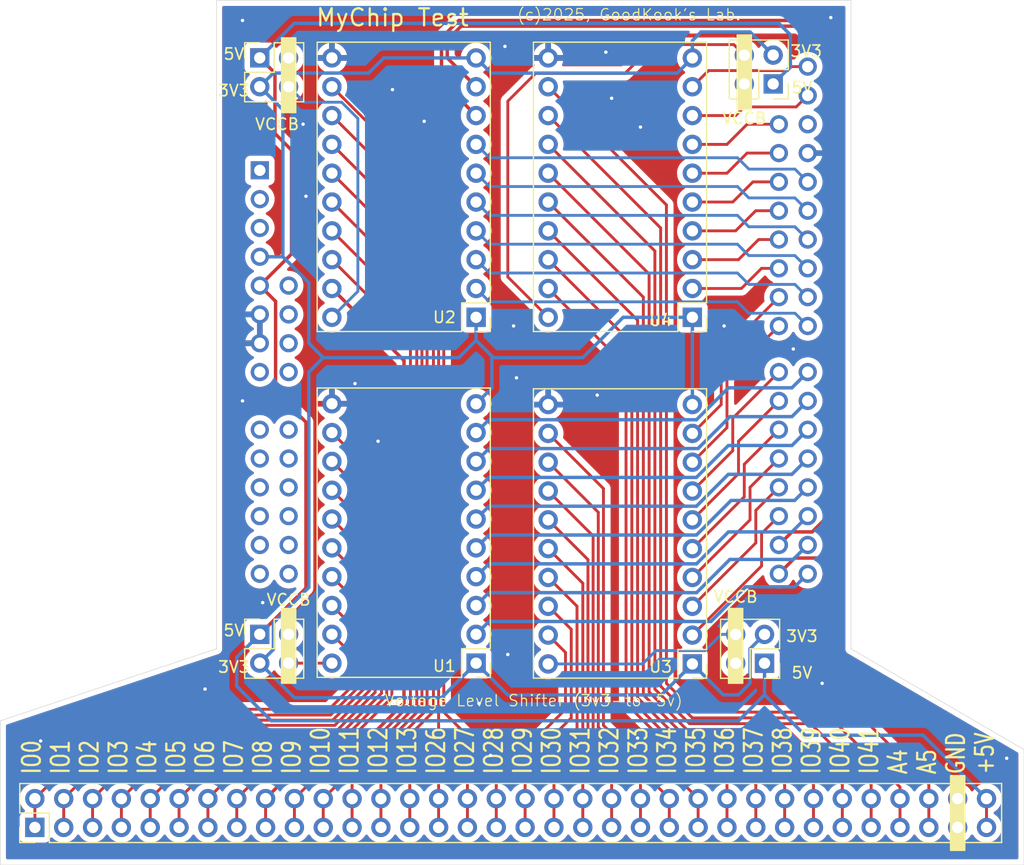
<source format=kicad_pcb>
(kicad_pcb (version 20241229) (generator "pcbnew") (generator_version "9.0")
  (layers (0 "F.Cu" signal) (2 "B.Cu" signal) (13 "F.Paste" user) (15 "B.Paste" user) (5 "F.SilkS" user "F.Silkscreen") (7 "B.SilkS" user "B.Silkscreen") (1 "F.Mask" user) (3 "B.Mask" user) (25 "Edge.Cuts" user))
  (net 0 "")
  (net 1 "Net-(A1-D5)")
  (net 2 "Net-(A1-IO30)")
  (net 3 "Net-(A1-D9)")
  (net 4 "Net-(A1-IO40)")
  (net 5 "Net-(A1-D2)")
  (net 6 "+5V")
  (net 9 "Net-(A1-D7)")
  (net 10 "Net-(A1-IO34)")
  (net 11 "Net-(A1-IO28)")
  (net 12 "Net-(A1-IO38)")
  (net 15 "Net-(A1-D6)")
  (net 17 "Net-(A1-D12)")
  (net 18 "Net-(A1-IO41)")
  (net 28 "Net-(A1-D10)")
  (net 29 "Net-(A1-IO29)")
  (net 30 "Net-(A1-IO33)")
  (net 31 "Net-(A1-D1{slash}TX)")
  (net 32 "Net-(A1-IO36)")
  (net 34 "GND")
  (net 35 "Net-(A1-D3)")
  (net 36 "Net-(A1-D0{slash}RX)")
  (net 37 "Net-(A1-IO32)")
  (net 38 "Net-(A1-IO35)")
  (net 39 "Net-(A1-D4)")
  (net 42 "Net-(A1-IO27)")
  (net 43 "Net-(A1-IO26)")
  (net 45 "Net-(A1-D11)")
  (net 46 "Net-(A1-D13)")
  (net 47 "Net-(A1-IO31)")
  (net 48 "Net-(A1-D8)")
  (net 50 "Net-(U4-A7)")
  (net 51 "3V3")
  (net 52 "Net-(U4-A2)")
  (net 53 "Net-(J1-Pin_2)")
  (net 54 "Net-(J2-Pin_2)")
  (net 55 "Net-(J3-Pin_2)")
  (net 56 "Net-(J4-Pin_2)")
  (net 57 "/IO26")
  (net 58 "/IO33")
  (net 59 "/IO32")
  (net 60 "/IO27")
  (net 61 "/IO0")
  (net 62 "/IO12")
  (net 63 "/A5")
  (net 64 "/A4")
  (net 65 "/IO38")
  (net 66 "/IO2")
  (net 67 "/IO3")
  (net 68 "/IO5")
  (net 69 "/IO13")
  (net 70 "/IO35")
  (net 71 "/IO1")
  (net 72 "/IO6")
  (net 73 "/IO41")
  (net 74 "/IO30")
  (net 75 "/IO36")
  (net 76 "/IO11")
  (net 77 "/IO10")
  (net 78 "/IO29")
  (net 79 "/IO31")
  (net 80 "/IO4")
  (net 81 "/IO9")
  (net 82 "/IO40")
  (net 83 "/IO28")
  (net 84 "/IO8")
  (net 85 "/IO39")
  (net 86 "/IO37")
  (net 87 "/IO34")
  (net 88 "/IO7")
  (net 91 "Net-(U4-A4)")
  (net 92 "Net-(U4-A8)")
  (footprint "Library:Arduino_ChipKIT_Shield" (layer "F.Cu") (at 120.65 55.626)
    (property "Reference" "A1" (hide yes))
    (property "Value" "Arduino_ChipKIT_Shield(Digilent Arty Board)" (hide yes))
  )
  (footprint "Library:Level_Shifter_Module_HW-221" (layer "F.Cu") (at 147.32 80.01 180)
    (property "Reference" "U4")
    (property "Value" "Level_Shifter_Module_HW-221" (hide yes))
  )
  (footprint "Connector_PinHeader_2.54mm:PinHeader_2x34_P2.54mm_Vertical" (layer "F.Cu") (at 89.408 124.968 90)
    (property "Reference" "J5" (hide yes))
    (property "Value" "Conn_02x34_Odd_Even" (hide yes))
  )
  (footprint "Connector_PinHeader_2.54mm:PinHeader_2x02_P2.54mm_Vertical" (layer "F.Cu") (at 153.675 110.495 180)
    (property "Reference" "J3" (hide yes))
    (property "Value" "Conn_02x02_Odd_Even" (hide yes))
  )
  (footprint "Connector_PinHeader_2.54mm:PinHeader_2x02_P2.54mm_Vertical" (layer "F.Cu") (at 109.215 107.945)
    (property "Reference" "J1" (hide yes))
    (property "Value" "Conn_02x02_Odd_Even" (hide yes))
  )
  (footprint "Library:Level_Shifter_Module_HW-221" (layer "F.Cu") (at 128.27 80.01 180)
    (property "Reference" "U2")
    (property "Value" "Level_Shifter_Module_HW-221" (hide yes))
  )
  (footprint "Connector_PinHeader_2.54mm:PinHeader_2x02_P2.54mm_Vertical" (layer "F.Cu") (at 109.215 57.145)
    (property "Reference" "J2" (hide yes))
    (property "Value" "Conn_02x02_Odd_Even" (hide yes))
  )
  (footprint "Library:Level_Shifter_Module_HW-221" (layer "F.Cu") (at 147.32 110.56 180)
    (property "Reference" "U3")
    (property "Value" "Level_Shifter_Module_HW-221" (hide yes))
  )
  (footprint "Connector_PinHeader_2.54mm:PinHeader_2x02_P2.54mm_Vertical" (layer "F.Cu") (at 154.437 59.441 180)
    (property "Reference" "J4" (hide yes))
    (property "Value" "Conn_02x02_Odd_Even" (hide yes))
  )
  (footprint "Library:Level_Shifter_Module_HW-221" (layer "F.Cu") (at 128.27 110.49 180)
    (property "Reference" "U1")
    (property "Value" "Level_Shifter_Module_HW-221" (hide yes))
  )
  (gr_rect (start 170.053 120.396) (end 171.323 127) (stroke (width 0.1)) (fill yes) (layer "F.SilkS"))
  (gr_rect (start 151.257 55.118) (end 152.527 61.722) (stroke (width 0.1)) (fill yes) (layer "F.SilkS"))
  (gr_rect (start 150.495 105.664) (end 151.765 112.268) (stroke (width 0.1)) (fill yes) (layer "F.SilkS"))
  (gr_rect (start 111.125 105.664) (end 112.395 112.268) (stroke (width 0.1)) (fill yes) (layer "F.SilkS"))
  (gr_rect (start 111.125 55.372) (end 112.395 61.976) (stroke (width 0.1)) (fill yes) (layer "F.SilkS"))
  (gr_line (start 176.53 118.11) (end 176.53 128.27) (stroke (width 0.05)) (layer "Edge.Cuts"))
  (gr_line (start 176.53 128.27) (end 86.36 128.27) (stroke (width 0.05)) (layer "Edge.Cuts"))
  (gr_line (start 105.41 109.22) (end 105.41 52.07) (stroke (width 0.05)) (layer "Edge.Cuts"))
  (gr_line (start 161.29 109.22) (end 176.53 118.11) (stroke (width 0.05)) (layer "Edge.Cuts"))
  (gr_line (start 86.36 115.57) (end 105.41 109.22) (stroke (width 0.05)) (layer "Edge.Cuts"))
  (gr_line (start 161.29 52.07) (end 161.29 109.22) (stroke (width 0.05)) (layer "Edge.Cuts"))
  (gr_line (start 86.36 128.27) (end 86.36 115.57) (stroke (width 0.05)) (layer "Edge.Cuts"))
  (gr_line (start 105.41 52.07) (end 161.29 52.07) (stroke (width 0.05)) (layer "Edge.Cuts"))
  (gr_text "IO0\nIO1\nIO2\nIO3\nIO4\nIO5\nIO6\nIO7\nIO8\nIO9\nIO10\nIO11\nIO12\nIO13\nIO26\nIO27\nIO28\nIO29\nIO30\nIO31\nIO32\nIO33\nIO34\nIO35\nIO36\nIO37\nIO38\nIO39\nIO40\nIO41\nA4\nA5\nGND\n+5V" (at 173.99 120.396 90) (layer "F.SilkS") (effects (font (size 1.58 1.2) (thickness 0.2) (bold yes)) (justify left bottom)))
  (gr_text "VCCB" (at 151.13 104.648 0) (layer "F.SilkS") (effects (font (size 1 1))))
  (gr_text "VCCB" (at 111.76 104.902 0) (layer "F.SilkS") (effects (font (size 1 1))))
  (gr_text "VCCB" (at 151.892 62.484 0) (layer "F.SilkS") (effects (font (size 1 1))))
  (gr_text "3V3\n\n5V" (at 156.972 109.728 0) (layer "F.SilkS") (effects (font (size 1 1))))
  (gr_text "5V\n\n3V3" (at 106.934 109.22 0) (layer "F.SilkS") (effects (font (size 1 1))))
  (gr_text "Voltage Level Shifter (3v3-to-5v)" (at 133.35 113.792 0) (layer "F.SilkS") (effects (font (size 1 1) (thickness 0.1))))
  (gr_text " 3V3\n\n5V" (at 156.972 58.166 0) (layer "F.SilkS") (effects (font (size 1 1))))
  (gr_text "VCCB" (at 110.744 62.992 0) (layer "F.SilkS") (effects (font (size 1 1))))
  (gr_text "(c)2025, GoodKook's Lab." (at 141.732 53.34 0) (layer "F.SilkS") (effects (font (size 1 1) (thickness 0.1))))
  (gr_text "5V\n\n3V3" (at 106.934 58.42 0) (layer "F.SilkS") (effects (font (size 1 1))))
  (gr_text "MyChip Test" (at 120.904 53.594 0) (layer "F.SilkS") (effects (font (size 1.5 1.5) (thickness 0.2))))
  (segment (start 129.401 94.119) (end 128.27 95.25) (width 0.3) (layer "B.Cu") (net 1))
  (segment (start 157.48 89.916) (end 156.091 91.305) (width 0.3) (layer "B.Cu") (net 1))
  (segment (start 147.679471 94.119) (end 129.401 94.119) (width 0.3) (layer "B.Cu") (net 1))
  (segment (start 156.091 91.305) (end 150.493471 91.305) (width 0.3) (layer "B.Cu") (net 1))
  (segment (start 150.493471 91.305) (end 147.679471 94.119) (width 0.3) (layer "B.Cu") (net 1))
  (segment (start 152.4 94.996) (end 152.4 97.86) (width 0.25) (layer "F.Cu") (net 2))
  (segment (start 154.94 92.456) (end 152.4 94.996) (width 0.25) (layer "F.Cu") (net 2))
  (segment (start 152.4 97.86) (end 147.32 102.94) (width 0.25) (layer "F.Cu") (net 2))
  (segment (start 156.354 77.11) (end 157.48 78.236) (width 0.25) (layer "B.Cu") (net 3))
  (segment (start 151.29 76.106) (end 152.294 77.11) (width 0.25) (layer "B.Cu") (net 3))
  (segment (start 152.294 77.11) (end 156.354 77.11) (width 0.25) (layer "B.Cu") (net 3))
  (segment (start 128.27 74.93) (end 129.446 76.106) (width 0.25) (layer "B.Cu") (net 3))
  (segment (start 129.446 76.106) (end 151.29 76.106) (width 0.25) (layer "B.Cu") (net 3))
  (segment (start 150.368 67.31) (end 152.142 65.536) (width 0.25) (layer "F.Cu") (net 4))
  (segment (start 147.32 67.31) (end 150.368 67.31) (width 0.25) (layer "F.Cu") (net 4))
  (segment (start 152.142 65.536) (end 154.94 65.536) (width 0.25) (layer "F.Cu") (net 4))
  (segment (start 157.48 97.536) (end 156.091 98.925) (width 0.3) (layer "B.Cu") (net 5))
  (segment (start 156.091 98.925) (end 150.493471 98.925) (width 0.3) (layer "B.Cu") (net 5))
  (segment (start 129.401 101.739) (end 128.27 102.87) (width 0.3) (layer "B.Cu") (net 5))
  (segment (start 147.679471 101.739) (end 129.401 101.739) (width 0.3) (layer "B.Cu") (net 5))
  (segment (start 150.493471 98.925) (end 147.679471 101.739) (width 0.3) (layer "B.Cu") (net 5))
  (segment (start 113.284 89.249346) (end 113.284 103.876) (width 0.3) (layer "F.Cu") (net 6))
  (segment (start 112.014 74.422) (end 109.22 77.216) (width 0.3) (layer "F.Cu") (net 6))
  (segment (start 110.609 78.605) (end 110.609 86.574346) (width 0.3) (layer "F.Cu") (net 6))
  (segment (start 113.284 103.876) (end 109.215 107.945) (width 0.3) (layer "F.Cu") (net 6))
  (segment (start 173.228 122.428) (end 173.228 124.968) (width 0.254) (layer "F.Cu") (net 6))
  (segment (start 110.609 86.574346) (end 113.284 89.249346) (width 0.3) (layer "F.Cu") (net 6))
  (segment (start 109.215 57.145) (end 110.554 58.484) (width 0.3) (layer "F.Cu") (net 6))
  (segment (start 109.22 77.216) (end 110.609 78.605) (width 0.3) (layer "F.Cu") (net 6))
  (segment (start 112.014 65.278) (end 112.014 74.422) (width 0.3) (layer "F.Cu") (net 6))
  (segment (start 110.554 58.484) (end 110.554 63.818) (width 0.3) (layer "F.Cu") (net 6))
  (segment (start 110.554 63.818) (end 112.014 65.278) (width 0.3) (layer "F.Cu") (net 6))
  (segment (start 151.384 115.57) (end 110.236 115.57) (width 0.3) (layer "B.Cu") (net 6))
  (segment (start 107.188 109.972) (end 109.215 107.945) (width 0.3) (layer "B.Cu") (net 6))
  (segment (start 155.956 55.118) (end 154.94 54.102) (width 0.3) (layer "B.Cu") (net 6))
  (segment (start 154.94 54.102) (end 112.258 54.102) (width 0.3) (layer "B.Cu") (net 6))
  (segment (start 167.64 116.84) (end 173.228 122.428) (width 0.3) (layer "B.Cu") (net 6))
  (segment (start 154.437 59.441) (end 155.956 57.922) (width 0.3) (layer "B.Cu") (net 6))
  (segment (start 112.258 54.102) (end 109.215 57.145) (width 0.3) (layer "B.Cu") (net 6))
  (segment (start 153.675 113.279) (end 151.384 115.57) (width 0.3) (layer "B.Cu") (net 6))
  (segment (start 153.675 113.279) (end 157.236 116.84) (width 0.3) (layer "B.Cu") (net 6))
  (segment (start 107.188 112.522) (end 107.188 109.972) (width 0.3) (layer "B.Cu") (net 6))
  (segment (start 153.675 110.495) (end 153.675 113.279) (width 0.3) (layer "B.Cu") (net 6))
  (segment (start 157.236 116.84) (end 167.64 116.84) (width 0.3) (layer "B.Cu") (net 6))
  (segment (start 155.956 57.922) (end 155.956 55.118) (width 0.3) (layer "B.Cu") (net 6))
  (segment (start 110.236 115.57) (end 107.188 112.522) (width 0.3) (layer "B.Cu") (net 6))
  (segment (start 147.679471 89.039) (end 129.401 89.039) (width 0.3) (layer "B.Cu") (net 9))
  (segment (start 150.493471 86.225) (end 147.679471 89.039) (width 0.3) (layer "B.Cu") (net 9))
  (segment (start 129.401 89.039) (end 128.27 90.17) (width 0.3) (layer "B.Cu") (net 9))
  (segment (start 157.48 84.836) (end 156.091 86.225) (width 0.3) (layer "B.Cu") (net 9))
  (segment (start 156.091 86.225) (end 150.493471 86.225) (width 0.3) (layer "B.Cu") (net 9))
  (segment (start 147.32 92.78) (end 150.368 89.732) (width 0.25) (layer "F.Cu") (net 10))
  (segment (start 150.368 85.348) (end 154.94 80.776) (width 0.25) (layer "F.Cu") (net 10))
  (segment (start 150.368 89.732) (end 150.368 85.348) (width 0.25) (layer "F.Cu") (net 10))
  (segment (start 154.94 97.536) (end 153.416 99.06) (width 0.25) (layer "F.Cu") (net 11))
  (segment (start 153.416 101.924) (end 147.32 108.02) (width 0.25) (layer "F.Cu") (net 11))
  (segment (start 153.416 99.06) (end 153.416 101.924) (width 0.25) (layer "F.Cu") (net 11))
  (segment (start 151.13 72.39) (end 152.904 70.616) (width 0.25) (layer "F.Cu") (net 12))
  (segment (start 152.904 70.616) (end 154.94 70.616) (width 0.25) (layer "F.Cu") (net 12))
  (segment (start 147.32 72.39) (end 151.13 72.39) (width 0.25) (layer "F.Cu") (net 12))
  (segment (start 157.48 87.376) (end 156.091 88.765) (width 0.3) (layer "B.Cu") (net 15))
  (segment (start 129.401 91.579) (end 128.27 92.71) (width 0.3) (layer "B.Cu") (net 15))
  (segment (start 147.817471 91.579) (end 129.401 91.579) (width 0.3) (layer "B.Cu") (net 15))
  (segment (start 150.631471 88.765) (end 147.817471 91.579) (width 0.3) (layer "B.Cu") (net 15))
  (segment (start 156.091 88.765) (end 150.631471 88.765) (width 0.3) (layer "B.Cu") (net 15))
  (segment (start 152.294 69.49) (end 156.354 69.49) (width 0.25) (layer "B.Cu") (net 17))
  (segment (start 128.27 67.31) (end 129.446 68.486) (width 0.25) (layer "B.Cu") (net 17))
  (segment (start 151.29 68.486) (end 152.294 69.49) (width 0.25) (layer "B.Cu") (net 17))
  (segment (start 156.354 69.49) (end 157.48 70.616) (width 0.25) (layer "B.Cu") (net 17))
  (segment (start 129.446 68.486) (end 151.29 68.486) (width 0.25) (layer "B.Cu") (net 17))
  (segment (start 150.368 64.77) (end 152.142 62.996) (width 0.25) (layer "F.Cu") (net 18))
  (segment (start 152.142 62.996) (end 154.94 62.996) (width 0.25) (layer "F.Cu") (net 18))
  (segment (start 147.32 64.77) (end 150.368 64.77) (width 0.25) (layer "F.Cu") (net 18))
  (segment (start 151.29 73.566) (end 152.294 74.57) (width 0.25) (layer "B.Cu") (net 28))
  (segment (start 129.446 73.566) (end 151.29 73.566) (width 0.25) (layer "B.Cu") (net 28))
  (segment (start 156.354 74.57) (end 157.48 75.696) (width 0.25) (layer "B.Cu") (net 28))
  (segment (start 152.294 74.57) (end 156.354 74.57) (width 0.25) (layer "B.Cu") (net 28))
  (segment (start 128.27 72.39) (end 129.446 73.566) (width 0.25) (layer "B.Cu") (net 28))
  (segment (start 154.94 94.996) (end 152.908 97.028) (width 0.25) (layer "F.Cu") (net 29))
  (segment (start 152.908 99.892) (end 147.32 105.48) (width 0.25) (layer "F.Cu") (net 29))
  (segment (start 152.908 97.028) (end 152.908 99.892) (width 0.25) (layer "F.Cu") (net 29))
  (segment (start 150.876 91.764) (end 147.32 95.32) (width 0.25) (layer "F.Cu") (net 30))
  (segment (start 150.876 88.9) (end 150.876 91.764) (width 0.25) (layer "F.Cu") (net 30))
  (segment (start 154.94 84.836) (end 150.876 88.9) (width 0.25) (layer "F.Cu") (net 30))
  (segment (start 157.48 100.076) (end 156.21 101.346) (width 0.3) (layer "B.Cu") (net 31))
  (segment (start 129.401 104.279) (end 128.27 105.41) (width 0.3) (layer "B.Cu") (net 31))
  (segment (start 156.21 101.346) (end 150.622 101.346) (width 0.3) (layer "B.Cu") (net 31))
  (segment (start 150.622 101.346) (end 147.689 104.279) (width 0.3) (layer "B.Cu") (net 31))
  (segment (start 147.689 104.279) (end 129.401 104.279) (width 0.3) (layer "B.Cu") (net 31))
  (segment (start 153.412 75.696) (end 154.94 75.696) (width 0.25) (layer "F.Cu") (net 32))
  (segment (start 147.32 77.47) (end 151.638 77.47) (width 0.25) (layer "F.Cu") (net 32))
  (segment (start 151.638 77.47) (end 153.412 75.696) (width 0.25) (layer "F.Cu") (net 32))
  (segment (start 170.688 122.428) (end 170.688 124.968) (width 0.2) (layer "F.Cu") (net 34))
  (via (at 131.572 80.772) (size 0.6) (drill 0.3) (layers "F.Cu" "B.Cu") (net 34))
  (via (at 156.21 82.804) (size 0.6) (drill 0.3) (layers "F.Cu" "B.Cu") (net 34))
  (via (at 150.114 80.772) (size 0.6) (drill 0.3) (layers "F.Cu" "B.Cu") (net 34))
  (via (at 109.474 105.156) (size 0.6) (drill 0.3) (layers "F.Cu" "B.Cu") (net 34))
  (via (at 131.064 109.728) (size 0.6) (drill 0.3) (layers "F.Cu" "B.Cu") (net 34))
  (via (at 159.512 53.594) (size 0.6) (drill 0.3) (layers "F.Cu" "B.Cu") (net 34))
  (via (at 107.696 87.376) (size 0.6) (drill 0.3) (layers "F.Cu" "B.Cu") (net 34))
  (via (at 123.698 62.738) (size 0.6) (drill 0.3) (layers "F.Cu" "B.Cu") (net 34))
  (via (at 107.696 53.848) (size 0.6) (drill 0.3) (layers "F.Cu" "B.Cu") (net 34))
  (via (at 113.284 69.342) (size 0.6) (drill 0.3) (layers "F.Cu" "B.Cu") (net 34))
  (via (at 131.826 85.344) (size 0.6) (drill 0.3) (layers "F.Cu" "B.Cu") (net 34))
  (via (at 138.938 86.868) (size 0.6) (drill 0.3) (layers "F.Cu" "B.Cu") (net 34))
  (via (at 142.748 63.246) (size 0.6) (drill 0.3) (layers "F.Cu" "B.Cu") (net 34))
  (via (at 142.494 117.094) (size 0.6) (drill 0.3) (layers "F.Cu" "B.Cu") (net 34))
  (via (at 113.03 62.992) (size 0.6) (drill 0.3) (layers "F.Cu" "B.Cu") (net 34))
  (via (at 140.208 60.706) (size 0.6) (drill 0.3) (layers "F.Cu" "B.Cu") (net 34))
  (via (at 104.394 112.776) (size 0.6) (drill 0.3) (layers "F.Cu" "B.Cu") (net 34))
  (via (at 119.634 90.932) (size 0.6) (drill 0.3) (layers "F.Cu" "B.Cu") (net 34))
  (via (at 130.81 56.134) (size 0.6) (drill 0.3) (layers "F.Cu" "B.Cu") (net 34))
  (via (at 128.524 114.046) (size 0.6) (drill 0.3) (layers "F.Cu" "B.Cu") (net 34))
  (via (at 117.602 85.852) (size 0.6) (drill 0.3) (layers "F.Cu" "B.Cu") (net 34))
  (via (at 158.75 112.268) (size 0.6) (drill 0.3) (layers "F.Cu" "B.Cu") (net 34))
  (via (at 129.54 118.618) (size 0.6) (drill 0.3) (layers "F.Cu" "B.Cu") (net 34))
  (via (at 89.916 117.348) (size 0.6) (drill 0.3) (layers "F.Cu" "B.Cu") (net 34))
  (via (at 175.006 118.872) (size 0.6) (drill 0.3) (layers "F.Cu" "B.Cu") (net 34))
  (via (at 120.904 59.944) (size 0.6) (drill 0.3) (layers "F.Cu" "B.Cu") (net 34))
  (via (at 139.7 56.642) (size 0.6) (drill 0.3) (layers "F.Cu" "B.Cu") (net 34))
  (segment (start 129.401 99.199) (end 128.27 100.33) (width 0.3) (layer "B.Cu") (net 35))
  (segment (start 150.731471 96.147) (end 147.679471 99.199) (width 0.3) (layer "B.Cu") (net 35))
  (segment (start 156.329 96.147) (end 150.731471 96.147) (width 0.3) (layer "B.Cu") (net 35))
  (segment (start 147.679471 99.199) (end 129.401 99.199) (width 0.3) (layer "B.Cu") (net 35))
  (segment (start 157.48 94.996) (end 156.329 96.147) (width 0.3) (layer "B.Cu") (net 35))
  (segment (start 148.958999 106.819) (end 129.401 106.819) (width 0.3) (layer "B.Cu") (net 36))
  (segment (start 152.010999 103.767) (end 148.958999 106.819) (width 0.3) (layer "B.Cu") (net 36))
  (segment (start 156.329 103.767) (end 152.010999 103.767) (width 0.3) (layer "B.Cu") (net 36))
  (segment (start 157.48 102.616) (end 156.329 103.767) (width 0.3) (layer "B.Cu") (net 36))
  (segment (start 129.401 106.819) (end 128.27 107.95) (width 0.3) (layer "B.Cu") (net 36))
  (segment (start 151.384 93.796) (end 147.32 97.86) (width 0.25) (layer "F.Cu") (net 37))
  (segment (start 154.94 87.376) (end 151.384 90.932) (width 0.25) (layer "F.Cu") (net 37))
  (segment (start 151.384 90.932) (end 151.384 93.796) (width 0.25) (layer "F.Cu") (net 37))
  (segment (start 149.86 83.316) (end 149.86 87.7) (width 0.25) (layer "F.Cu") (net 38))
  (segment (start 149.86 87.7) (end 147.32 90.24) (width 0.25) (layer "F.Cu") (net 38))
  (segment (start 154.94 78.236) (end 149.86 83.316) (width 0.25) (layer "F.Cu") (net 38))
  (segment (start 147.679471 96.659) (end 129.401 96.659) (width 0.3) (layer "B.Cu") (net 39))
  (segment (start 157.48 92.456) (end 156.091 93.845) (width 0.3) (layer "B.Cu") (net 39))
  (segment (start 150.493471 93.845) (end 147.679471 96.659) (width 0.3) (layer "B.Cu") (net 39))
  (segment (start 156.091 93.845) (end 150.493471 93.845) (width 0.3) (layer "B.Cu") (net 39))
  (segment (start 129.401 96.659) (end 128.27 97.79) (width 0.3) (layer "B.Cu") (net 39))
  (segment (start 156.711 54.349) (end 159.011 56.649) (width 0.3) (layer "F.Cu") (net 42))
  (segment (start 128.27 59.69) (end 125.73 57.15) (width 0.3) (layer "F.Cu") (net 42))
  (segment (start 159.011 97.783) (end 157.869 98.925) (width 0.3) (layer "F.Cu") (net 42))
  (segment (start 156.091 98.925) (end 154.94 100.076) (width 0.3) (layer "F.Cu") (net 42))
  (segment (start 125.73 57.15) (end 125.73 55.57252) (width 0.3) (layer "F.Cu") (net 42))
  (segment (start 126.95352 54.349) (end 156.711 54.349) (width 0.3) (layer "F.Cu") (net 42))
  (segment (start 157.869 98.925) (end 156.091 98.925) (width 0.3) (layer "F.Cu") (net 42))
  (segment (start 125.73 55.57252) (end 126.95352 54.349) (width 0.3) (layer "F.Cu") (net 42))
  (segment (start 159.011 56.649) (end 159.011 97.783) (width 0.3) (layer "F.Cu") (net 42))
  (segment (start 156.972 53.848) (end 126.746 53.848) (width 0.3) (layer "F.Cu") (net 43))
  (segment (start 154.94 102.616) (end 156.329 101.227) (width 0.3) (layer "F.Cu") (net 43))
  (segment (start 159.512 100.584) (end 159.512 56.388) (width 0.3) (layer "F.Cu") (net 43))
  (segment (start 156.329 101.227) (end 158.869 101.227) (width 0.3) (layer "F.Cu") (net 43))
  (segment (start 159.512 56.388) (end 156.972 53.848) (width 0.3) (layer "F.Cu") (net 43))
  (segment (start 158.869 101.227) (end 159.512 100.584) (width 0.3) (layer "F.Cu") (net 43))
  (segment (start 125.222 55.372) (end 125.222 59.182) (width 0.3) (layer "F.Cu") (net 43))
  (segment (start 126.746 53.848) (end 125.222 55.372) (width 0.3) (layer "F.Cu") (net 43))
  (segment (start 125.222 59.182) (end 128.27 62.23) (width 0.3) (layer "F.Cu") (net 43))
  (segment (start 129.446 71.026) (end 151.29 71.026) (width 0.25) (layer "B.Cu") (net 45))
  (segment (start 152.294 72.03) (end 156.354 72.03) (width 0.25) (layer "B.Cu") (net 45))
  (segment (start 151.29 71.026) (end 152.294 72.03) (width 0.25) (layer "B.Cu") (net 45))
  (segment (start 128.27 69.85) (end 129.446 71.026) (width 0.25) (layer "B.Cu") (net 45))
  (segment (start 156.354 72.03) (end 157.48 73.156) (width 0.25) (layer "B.Cu") (net 45))
  (segment (start 152.294 66.95) (end 156.354 66.95) (width 0.25) (layer "B.Cu") (net 46))
  (segment (start 128.27 64.77) (end 129.446 65.946) (width 0.25) (layer "B.Cu") (net 46))
  (segment (start 129.446 65.946) (end 151.29 65.946) (width 0.25) (layer "B.Cu") (net 46))
  (segment (start 151.29 65.946) (end 152.294 66.95) (width 0.25) (layer "B.Cu") (net 46))
  (segment (start 156.354 66.95) (end 157.48 68.076) (width 0.25) (layer "B.Cu") (net 46))
  (segment (start 154.94 89.916) (end 151.892 92.964) (width 0.25) (layer "F.Cu") (net 47))
  (segment (start 151.892 95.828) (end 147.32 100.4) (width 0.25) (layer "F.Cu") (net 47))
  (segment (start 151.892 92.964) (end 151.892 95.828) (width 0.25) (layer "F.Cu") (net 47))
  (segment (start 129.446 78.646) (end 151.29 78.646) (width 0.25) (layer "B.Cu") (net 48))
  (segment (start 151.29 78.646) (end 152.294 79.65) (width 0.25) (layer "B.Cu") (net 48))
  (segment (start 152.294 79.65) (end 156.354 79.65) (width 0.25) (layer "B.Cu") (net 48))
  (segment (start 156.354 79.65) (end 157.48 80.776) (width 0.25) (layer "B.Cu") (net 48))
  (segment (start 128.27 77.47) (end 129.446 78.646) (width 0.25) (layer "B.Cu") (net 48))
  (segment (start 151.13 62.23) (end 151.892 61.468) (width 0.25) (layer "F.Cu") (net 50))
  (segment (start 147.32 62.23) (end 151.13 62.23) (width 0.25) (layer "F.Cu") (net 50))
  (segment (start 156.468 61.468) (end 157.48 60.456) (width 0.25) (layer "F.Cu") (net 50))
  (segment (start 151.892 61.468) (end 156.468 61.468) (width 0.25) (layer "F.Cu") (net 50))
  (segment (start 152.4 109.23) (end 153.675 107.955) (width 0.3) (layer "B.Cu") (net 51))
  (segment (start 109.215 59.685) (end 110.416 58.484) (width 0.3) (layer "B.Cu") (net 51))
  (segment (start 109.215 59.685) (end 111.252 61.722) (width 0.3) (layer "B.Cu") (net 51))
  (segment (start 113.538 84.836) (end 113.538 103.812) (width 0.3) (layer "B.Cu") (net 51))
  (segment (start 114.808 83.566) (end 126.746 83.566) (width 0.3) (layer "B.Cu") (net 51))
  (segment (start 154.437 56.901) (end 152.4 54.864) (width 0.3) (layer "B.Cu") (net 51))
  (segment (start 110.416 58.484) (end 118.808 58.484) (width 0.3) (layer "B.Cu") (net 51))
  (segment (start 152.4 54.864) (end 148.082 54.864) (width 0.3) (layer "B.Cu") (net 51))
  (segment (start 151.384 113.284) (end 152.4 112.268) (width 0.3) (layer "B.Cu") (net 51))
  (segment (start 141.224 80.01) (end 137.668 83.566) (width 0.3) (layer "B.Cu") (net 51))
  (segment (start 144.589 113.291) (end 131.071 113.291) (width 0.3) (layer "B.Cu") (net 51))
  (segment (start 128.27 82.042) (end 126.746 83.566) (width 0.3) (layer "B.Cu") (net 51))
  (segment (start 125.222 113.538) (end 112.268 113.538) (width 0.3) (layer "B.Cu") (net 51))
  (segment (start 112.268 113.538) (end 109.215 110.485) (width 0.3) (layer "B.Cu") (net 51))
  (segment (start 147.32 110.56) (end 150.044 113.284) (width 0.3) (layer "B.Cu") (net 51))
  (segment (start 120.142 57.15) (end 128.27 57.15) (width 0.3) (layer "B.Cu") (net 51))
  (segment (start 147.32 57.15) (end 147.32 55.626) (width 0.3) (layer "B.Cu") (net 51))
  (segment (start 145.981 58.489) (end 129.609 58.489) (width 0.3) (layer "B.Cu") (net 51))
  (segment (start 147.32 80.01) (end 141.224 80.01) (width 0.3) (layer "B.Cu") (net 51))
  (segment (start 131.071 113.291) (end 128.27 110.49) (width 0.3) (layer "B.Cu") (net 51))
  (segment (start 113.538 103.812) (end 110.416 106.934) (width 0.3) (layer "B.Cu") (net 51))
  (segment (start 129.667 83.439) (end 129.794 83.566) (width 0.3) (layer "B.Cu") (net 51))
  (segment (start 128.27 80.01) (end 128.27 82.042) (width 0.3) (layer "B.Cu") (net 51))
  (segment (start 113.538 82.296) (end 114.808 83.566) (width 0.3) (layer "B.Cu") (net 51))
  (segment (start 113.538 76.962) (end 113.538 82.296) (width 0.3) (layer "B.Cu") (net 51))
  (segment (start 147.32 57.15) (end 145.981 58.489) (width 0.3) (layer "B.Cu") (net 51))
  (segment (start 129.609 58.489) (end 128.27 57.15) (width 0.3) (layer "B.Cu") (net 51))
  (segment (start 129.667 86.233) (end 129.667 83.439) (width 0.3) (layer "B.Cu") (net 51))
  (segment (start 152.4 112.268) (end 152.4 109.23) (width 0.3) (layer "B.Cu") (net 51))
  (segment (start 111.252 61.722) (end 111.252 74.676) (width 0.3) (layer "B.Cu") (net 51))
  (segment (start 111.252 74.676) (end 113.538 76.962) (width 0.3) (layer "B.Cu") (net 51))
  (segment (start 147.32 87.7) (end 147.32 80.01) (width 0.3) (layer "B.Cu") (net 51))
  (segment (start 128.27 82.042) (end 129.667 83.439) (width 0.3) (layer "B.Cu") (net 51))
  (segment (start 109.22 74.676) (end 111.252 74.676) (width 0.3) (layer "B.Cu") (net 51))
  (segment (start 110.416 109.284) (end 109.215 110.485) (width 0.3) (layer "B.Cu") (net 51))
  (segment (start 128.27 110.49) (end 125.222 113.538) (width 0.3) (layer "B.Cu") (net 51))
  (segment (start 118.808 58.484) (end 120.142 57.15) (width 0.3) (layer "B.Cu") (net 51))
  (segment (start 150.044 113.284) (end 151.384 113.284) (width 0.3) (layer "B.Cu") (net 51))
  (segment (start 147.32 110.56) (end 144.589 113.291) (width 0.3) (layer "B.Cu") (net 51))
  (segment (start 114.808 83.566) (end 113.538 84.836) (width 0.3) (layer "B.Cu") (net 51))
  (segment (start 147.32 55.626) (end 148.082 54.864) (width 0.3) (layer "B.Cu") (net 51))
  (segment (start 137.668 83.566) (end 129.794 83.566) (width 0.3) (layer "B.Cu") (net 51))
  (segment (start 128.27 87.63) (end 129.667 86.233) (width 0.3) (layer "B.Cu") (net 51))
  (segment (start 110.416 106.934) (end 110.416 109.284) (width 0.3) (layer "B.Cu") (net 51))
  (segment (start 147.32 74.93) (end 151.384 74.93) (width 0.25) (layer "F.Cu") (net 52))
  (segment (start 151.384 74.93) (end 153.158 73.156) (width 0.25) (layer "F.Cu") (net 52))
  (segment (start 153.158 73.156) (end 154.94 73.156) (width 0.25) (layer "F.Cu") (net 52))
  (segment (start 111.755 110.485) (end 111.755 107.945) (width 0.25) (layer "F.Cu") (net 53))
  (segment (start 115.57 110.49) (end 111.76 110.49) (width 0.25) (layer "F.Cu") (net 53))
  (segment (start 111.76 110.49) (end 111.755 110.485) (width 0.25) (layer "F.Cu") (net 53))
  (segment (start 111.755 57.145) (end 111.755 59.685) (width 0.25) (layer "F.Cu") (net 54))
  (segment (start 113.124 61.054) (end 116.426 61.054) (width 0.25) (layer "B.Cu") (net 54))
  (segment (start 116.426 61.054) (end 117.856 62.484) (width 0.25) (layer "B.Cu") (net 54))
  (segment (start 117.856 62.484) (end 117.856 77.724) (width 0.25) (layer "B.Cu") (net 54))
  (segment (start 111.755 59.685) (end 113.124 61.054) (width 0.25) (layer "B.Cu") (net 54))
  (segment (start 117.856 77.724) (end 115.57 80.01) (width 0.25) (layer "B.Cu") (net 54))
  (segment (start 151.135 107.955) (end 151.135 110.495) (width 0.25) (layer "F.Cu") (net 55))
  (segment (start 148.426 109.384) (end 149.855 107.955) (width 0.25) (layer "B.Cu") (net 55))
  (segment (start 144.108 109.384) (end 148.426 109.384) (width 0.25) (layer "B.Cu") (net 55))
  (segment (start 134.62 110.56) (end 142.932 110.56) (width 0.25) (layer "B.Cu") (net 55))
  (segment (start 149.855 107.955) (end 151.135 107.955) (width 0.25) (layer "B.Cu") (net 55))
  (segment (start 142.932 110.56) (end 144.108 109.384) (width 0.25) (layer "B.Cu") (net 55))
  (segment (start 133.51 58.514) (end 131.064 60.96) (width 0.25) (layer "F.Cu") (net 56))
  (segment (start 151.897 56.901) (end 150.97 55.974) (width 0.25) (layer "F.Cu") (net 56))
  (segment (start 131.064 76.454) (end 134.62 80.01) (width 0.25) (layer "F.Cu") (net 56))
  (segment (start 143.924 55.974) (end 141.384 58.514) (width 0.25) (layer "F.Cu") (net 56))
  (segment (start 131.064 60.96) (end 131.064 76.454) (width 0.25) (layer "F.Cu") (net 56))
  (segment (start 150.97 55.974) (end 143.924 55.974) (width 0.25) (layer "F.Cu") (net 56))
  (segment (start 141.384 58.514) (end 133.51 58.514) (width 0.25) (layer "F.Cu") (net 56))
  (segment (start 151.897 59.441) (end 151.897 56.901) (width 0.25) (layer "B.Cu") (net 56))
  (segment (start 124.968 71.628) (end 115.57 62.23) (width 0.254) (layer "F.Cu") (net 57))
  (segment (start 124.968 122.428) (end 124.968 71.628) (width 0.254) (layer "F.Cu") (net 57))
  (segment (start 124.968 122.428) (end 124.968 124.968) (width 0.254) (layer "F.Cu") (net 57))
  (segment (start 142.748 122.428) (end 142.748 124.968) (width 0.254) (layer "F.Cu") (net 58))
  (segment (start 142.748 120.514532) (end 138.578 116.344532) (width 0.254) (layer "F.Cu") (net 58))
  (segment (start 138.578 116.344532) (end 138.578 99.278) (width 0.254) (layer "F.Cu") (net 58))
  (segment (start 138.578 99.278) (end 134.62 95.32) (width 0.254) (layer "F.Cu") (net 58))
  (segment (start 142.748 122.428) (end 142.748 120.514532) (width 0.254) (layer "F.Cu") (net 58))
  (segment (start 138.123 101.363) (end 134.62 97.86) (width 0.254) (layer "F.Cu") (net 59))
  (segment (start 140.208 122.428) (end 140.208 124.968) (width 0.254) (layer "F.Cu") (net 59))
  (segment (start 140.208 122.428) (end 140.208 118.618) (width 0.254) (layer "F.Cu") (net 59))
  (segment (start 140.208 118.618) (end 138.123 116.533) (width 0.254) (layer "F.Cu") (net 59))
  (segment (start 138.123 116.533) (end 138.123 101.363) (width 0.254) (layer "F.Cu") (net 59))
  (segment (start 127.508 122.428) (end 127.508 124.968) (width 0.254) (layer "F.Cu") (net 60))
  (segment (start 125.423 69.543) (end 115.57 59.69) (width 0.254) (layer "F.Cu") (net 60))
  (segment (start 125.423 114.808) (end 125.423 69.543) (width 0.254) (layer "F.Cu") (net 60))
  (segment (start 127.508 122.428) (end 127.508 116.893) (width 0.254) (layer "F.Cu") (net 60))
  (segment (start 127.508 116.893) (end 125.423 114.808) (width 0.254) (layer "F.Cu") (net 60))
  (segment (start 97.282 114.554) (end 115.316 114.554) (width 0.254) (layer "F.Cu") (net 61))
  (segment (start 89.408 124.968) (end 89.408 122.428) (width 0.254) (layer "F.Cu") (net 61))
  (segment (start 115.316 114.554) (end 117.348 112.522) (width 0.254) (layer "F.Cu") (net 61))
  (segment (start 89.408 122.428) (end 97.282 114.554) (width 0.254) (layer "F.Cu") (net 61))
  (segment (start 117.348 109.728) (end 117.348 112.522) (width 0.25) (layer "F.Cu") (net 61))
  (segment (start 115.57 107.95) (end 117.348 109.728) (width 0.25) (layer "F.Cu") (net 61))
  (segment (start 123.952 114.193999) (end 123.952 114.181467) (width 0.254) (layer "F.Cu") (net 62))
  (segment (start 123.952 114.3) (end 123.952 114.194) (width 0.254) (layer "F.Cu") (net 62))
  (segment (start 123.952 114.570935) (end 123.952 114.570934) (width 0.254) (layer "F.Cu") (net 62))
  (segment (start 123.952 113.817065) (end 123.952 113.804533) (width 0.254) (layer "F.Cu") (net 62))
  (segment (start 123.952 77.588532) (end 123.952 77.588533) (width 0.254) (layer "F.Cu") (net 62))
  (segment (start 123.952 113.804533) (end 123.952 111.628934) (width 0.254) (layer "F.Cu") (net 62))
  (segment (start 123.952 114.570934) (end 123.952 114.3) (width 0.254) (layer "F.Cu") (net 62))
  (segment (start 123.952 111.628934) (end 123.952 111.252) (width 0.254) (layer "F.Cu") (net 62))
  (segment (start 123.952 79.485065) (end 123.952 77.965468) (width 0.254) (layer "F.Cu") (net 62))
  (segment (start 119.888 122.428) (end 119.888 118.634936) (width 0.254) (layer "F.Cu") (net 62))
  (segment (start 123.952 79.862001) (end 123.952 79.861999) (width 0.254) (layer "F.Cu") (net 62))
  (segment (start 123.952 114.570936) (end 123.952 114.570935) (width 0.254) (layer "F.Cu") (net 62))
  (segment (start 123.952 80.238935) (end 123.952 79.862001) (width 0.254) (layer "F.Cu") (net 62))
  (segment (start 123.952 75.692) (end 115.57 67.31) (width 0.254) (layer "F.Cu") (net 62))
  (segment (start 123.952 110.875066) (end 123.952 80.238935) (width 0.254) (layer "F.Cu") (net 62))
  (segment (start 123.952 77.588532) (end 123.952 75.692) (width 0.254) (layer "F.Cu") (net 62))
  (segment (start 123.952 77.965468) (end 123.952 77.588532) (width 0.254) (layer "F.Cu") (net 62))
  (segment (start 123.952 114.194) (end 123.952 114.193999) (width 0.254) (layer "F.Cu") (net 62))
  (segment (start 119.888 122.428) (end 119.888 124.968) (width 0.254) (layer "F.Cu") (net 62))
  (segment (start 119.888 118.634936) (end 123.685467 114.837467) (width 0.254) (layer "F.Cu") (net 62))
  (segment (start 123.685467 114.837467) (end 123.952 114.570936) (width 0.254) (layer "F.Cu") (net 62))
  (segment (start 123.952 111.252) (end 123.952 110.875066) (width 0.254) (layer "F.Cu") (net 62))
  (segment (start 123.952 114.181467) (end 123.952 113.817065) (width 0.254) (layer "F.Cu") (net 62))
  (segment (start 123.685467 114.837467) (end 123.685467 114.837468) (width 0.254) (layer "F.Cu") (net 62))
  (segment (start 123.952 79.861999) (end 123.952 79.485065) (width 0.254) (layer "F.Cu") (net 62))
  (segment (start 168.148 121.158) (end 161.798 114.808) (width 0.254) (layer "F.Cu") (net 63))
  (segment (start 145.034 112.268) (end 145.034 70.104) (width 0.254) (layer "F.Cu") (net 63))
  (segment (start 168.148 122.428) (end 168.148 124.968) (width 0.254) (layer "F.Cu") (net 63))
  (segment (start 161.798 114.808) (end 147.574 114.808) (width 0.254) (layer "F.Cu") (net 63))
  (segment (start 145.034 70.104) (end 134.62 59.69) (width 0.254) (layer "F.Cu") (net 63))
  (segment (start 147.574 114.808) (end 145.034 112.268) (width 0.254) (layer "F.Cu") (net 63))
  (segment (start 168.148 122.428) (end 168.148 121.158) (width 0.254) (layer "F.Cu") (net 63))
  (segment (start 165.608 122.428) (end 165.608 121.412) (width 0.254) (layer "F.Cu") (net 64))
  (segment (start 144.526 72.136) (end 134.62 62.23) (width 0.254) (layer "F.Cu") (net 64))
  (segment (start 165.608 122.428) (end 165.608 124.968) (width 0.254) (layer "F.Cu") (net 64))
  (segment (start 144.526 112.522) (end 144.526 72.136) (width 0.254) (layer "F.Cu") (net 64))
  (segment (start 159.512 115.316) (end 147.32 115.316) (width 0.254) (layer "F.Cu") (net 64))
  (segment (start 147.32 115.316) (end 144.526 112.522) (width 0.254) (layer "F.Cu") (net 64))
  (segment (start 165.608 121.412) (end 159.512 115.316) (width 0.254) (layer "F.Cu") (net 64))
  (segment (start 155.448 122.428) (end 155.448 124.968) (width 0.254) (layer "F.Cu") (net 65))
  (segment (start 151.638 117.348) (end 146.304 117.348) (width 0.254) (layer "F.Cu") (net 65))
  (segment (start 146.304 117.348) (end 142.494 113.538) (width 0.254) (layer "F.Cu") (net 65))
  (segment (start 142.494 80.264) (end 134.62 72.39) (width 0.254) (layer "F.Cu") (net 65))
  (segment (start 142.494 113.538) (end 142.494 80.264) (width 0.254) (layer "F.Cu") (net 65))
  (segment (start 155.448 122.428) (end 155.448 121.158) (width 0.254) (layer "F.Cu") (net 65))
  (segment (start 155.448 121.158) (end 151.638 117.348) (width 0.254) (layer "F.Cu") (net 65))
  (segment (start 105.194066 115.515) (end 105.194065 115.514999) (width 0.254) (layer "F.Cu") (net 66))
  (segment (start 107.844468 115.515) (end 115.636277 115.515) (width 0.254) (layer "F.Cu") (net 66))
  (segment (start 118.364 105.664) (end 115.57 102.87) (width 0.254) (layer "F.Cu") (net 66))
  (segment (start 107.467534 115.515) (end 107.467533 115.514999) (width 0.254) (layer "F.Cu") (net 66))
  (segment (start 105.194065 115.514999) (end 105.947935 115.515) (width 0.254) (layer "F.Cu") (net 66))
  (segment (start 118.364 112.787277) (end 118.364 105.664) (width 0.254) (layer "F.Cu") (net 66))
  (segment (start 107.467532 115.514999) (end 107.467534 115.515) (width 0.254) (layer "F.Cu") (net 66))
  (segment (start 94.488 122.428) (end 94.488 124.968) (width 0.254) (layer "F.Cu") (net 66))
  (segment (start 101.401 115.515) (end 105.194066 115.515) (width 0.254) (layer "F.Cu") (net 66))
  (segment (start 105.947935 115.515) (end 107.467532 115.514999) (width 0.254) (layer "F.Cu") (net 66))
  (segment (start 115.636277 115.515) (end 118.364 112.787277) (width 0.254) (layer "F.Cu") (net 66))
  (segment (start 107.844466 115.514999) (end 107.844468 115.515) (width 0.254) (layer "F.Cu") (net 66))
  (segment (start 107.467533 115.514999) (end 107.844466 115.514999) (width 0.254) (layer "F.Cu") (net 66))
  (segment (start 94.488 122.428) (end 101.401 115.515) (width 0.254) (layer "F.Cu") (net 66))
  (segment (start 115.824746 115.969999) (end 118.872 112.922745) (width 0.254) (layer "F.Cu") (net 67))
  (segment (start 107.656001 115.97) (end 115.824746 115.969999) (width 0.254) (layer "F.Cu") (net 67))
  (segment (start 105.382533 115.97) (end 107.279063 115.97) (width 0.254) (layer "F.Cu") (net 67))
  (segment (start 97.028 122.428) (end 103.486 115.97) (width 0.254) (layer "F.Cu") (net 67))
  (segment (start 118.872 103.632) (end 115.57 100.33) (width 0.254) (layer "F.Cu") (net 67))
  (segment (start 105.382533 115.97) (end 105.382532 115.97) (width 0.254) (layer "F.Cu") (net 67))
  (segment (start 103.486 115.97) (end 105.382533 115.97) (width 0.254) (layer "F.Cu") (net 67))
  (segment (start 107.655999 115.97) (end 107.656 115.969999) (width 0.254) (layer "F.Cu") (net 67))
  (segment (start 107.279063 115.97) (end 107.279064 115.969999) (width 0.254) (layer "F.Cu") (net 67))
  (segment (start 107.279064 115.969999) (end 107.279066 115.97) (width 0.254) (layer "F.Cu") (net 67))
  (segment (start 107.656 115.969999) (end 107.656001 115.97) (width 0.254) (layer "F.Cu") (net 67))
  (segment (start 107.279066 115.97) (end 107.655999 115.97) (width 0.254) (layer "F.Cu") (net 67))
  (segment (start 97.028 122.428) (end 97.028 124.968) (width 0.254) (layer "F.Cu") (net 67))
  (segment (start 118.872 112.922745) (end 118.872 103.632) (width 0.254) (layer "F.Cu") (net 67))
  (segment (start 102.108 122.428) (end 102.108 124.968) (width 0.254) (layer "F.Cu") (net 68))
  (segment (start 116.201681 116.879999) (end 116.20168 116.879999) (width 0.254) (layer "F.Cu") (net 68))
  (segment (start 110.876411 116.88) (end 116.201681 116.879999) (width 0.254) (layer "F.Cu") (net 68))
  (segment (start 119.941 113.14068) (end 119.941 99.621) (width 0.254) (layer "F.Cu") (net 68))
  (segment (start 119.941 99.621) (end 115.57 95.25) (width 0.254) (layer "F.Cu") (net 68))
  (segment (start 102.108 122.428) (end 107.656 116.88) (width 0.254) (layer "F.Cu") (net 68))
  (segment (start 107.656 116.88) (end 110.876411 116.88) (width 0.254) (layer "F.Cu") (net 68))
  (segment (start 116.20168 116.879999) (end 119.941 113.14068) (width 0.254) (layer "F.Cu") (net 68))
  (segment (start 124.513 114.755) (end 124.513 73.713) (width 0.254) (layer "F.Cu") (net 69))
  (segment (start 124.513 73.713) (end 115.57 64.77) (width 0.254) (layer "F.Cu") (net 69))
  (segment (start 122.428 122.428) (end 122.428 116.84) (width 0.254) (layer "F.Cu") (net 69))
  (segment (start 122.428 116.84) (end 124.513 114.755) (width 0.254) (layer "F.Cu") (net 69))
  (segment (start 122.428 122.428) (end 122.428 124.968) (width 0.254) (layer "F.Cu") (net 69))
  (segment (start 143.662404 120.142) (end 139.488 115.967596) (width 0.254) (layer "F.Cu") (net 70))
  (segment (start 139.488 95.108) (end 134.62 90.24) (width 0.254) (layer "F.Cu") (net 70))
  (segment (start 147.828 122.428) (end 147.828 124.968) (width 0.254) (layer "F.Cu") (net 70))
  (segment (start 139.488 115.967596) (end 139.488 95.108) (width 0.254) (layer "F.Cu") (net 70))
  (segment (start 145.542 120.142) (end 143.662404 120.142) (width 0.254) (layer "F.Cu") (net 70))
  (segment (start 147.828 122.428) (end 145.542 120.142) (width 0.254) (layer "F.Cu") (net 70))
  (segment (start 101.588638 115.062) (end 101.213362 115.062) (width 0.25) (layer "F.Cu") (net 71))
  (segment (start 105.758641 115.062) (end 105.383362 115.062) (width 0.25) (layer "F.Cu") (net 71))
  (segment (start 105.760296 115.062) (end 105.758641 115.062) (width 0.25) (layer "F.Cu") (net 71))
  (segment (start 115.448638 115.062) (end 108.032108 115.062) (width 0.25) (layer "F.Cu") (net 71))
  (segment (start 107.27989 115.062) (end 107.278237 115.062) (width 0.25) (layer "F.Cu") (net 71))
  (segment (start 108.032108 115.062) (end 108.032107 115.061999) (width 0.25) (layer "F.Cu") (net 71))
  (segment (start 103.109892 115.061999) (end 103.109891 115.062) (width 0.25) (layer "F.Cu") (net 71))
  (segment (start 105.006427 115.061999) (end 105.006426 115.062) (width 0.25) (layer "F.Cu") (net 71))
  (segment (start 107.278236 115.061999) (end 106.977609 115.061999) (width 0.25) (layer "F.Cu") (net 71))
  (segment (start 103.486829 115.062) (end 103.485173 115.062) (width 0.25) (layer "F.Cu") (net 71))
  (segment (start 101.213362 115.062) (end 99.314 115.062) (width 0.25) (layer "F.Cu") (net 71))
  (segment (start 106.135574 115.062) (end 105.760296 115.062) (width 0.25) (layer "F.Cu") (net 71))
  (segment (start 103.109894 115.062) (end 103.109892 115.061999) (width 0.25) (layer "F.Cu") (net 71))
  (segment (start 107.279893 115.062) (end 107.279891 115.061999) (width 0.25) (layer "F.Cu") (net 71))
  (segment (start 115.57 105.41) (end 117.856 107.696) (width 0.25) (layer "F.Cu") (net 71))
  (segment (start 105.381705 115.061999) (end 105.006427 115.061999) (width 0.25) (layer "F.Cu") (net 71))
  (segment (start 117.856 112.654638) (end 115.448638 115.062) (width 0.25) (layer "F.Cu") (net 71))
  (segment (start 103.485171 115.062) (end 103.109894 115.062) (width 0.25) (layer "F.Cu") (net 71))
  (segment (start 107.279895 115.061999) (end 107.279894 115.061999) (width 0.25) (layer "F.Cu") (net 71))
  (segment (start 107.279894 115.061999) (end 107.279893 115.061999) (width 0.25) (layer "F.Cu") (net 71))
  (segment (start 105.383362 115.062) (end 105.381706 115.062) (width 0.25) (layer "F.Cu") (net 71))
  (segment (start 106.902958 115.061999) (end 106.902957 115.062) (width 0.25) (layer "F.Cu") (net 71))
  (segment (start 99.314 115.062) (end 91.948 122.428) (width 0.25) (layer "F.Cu") (net 71))
  (segment (start 103.485173 115.062) (end 103.485172 115.061999) (width 0.25) (layer "F.Cu") (net 71))
  (segment (start 107.655171 115.061999) (end 107.655169 115.061999) (width 0.25) (layer "F.Cu") (net 71))
  (segment (start 107.278237 115.062) (end 107.278236 115.061999) (width 0.25) (layer "F.Cu") (net 71))
  (segment (start 107.655169 115.061999) (end 107.279895 115.061999) (width 0.25) (layer "F.Cu") (net 71))
  (segment (start 107.656827 115.061999) (end 107.655173 115.061999) (width 0.25) (layer "F.Cu") (net 71))
  (segment (start 108.032106 115.062) (end 107.656827 115.061999) (width 0.25) (layer "F.Cu") (net 71))
  (segment (start 107.279891 115.061999) (end 107.27989 115.062) (width 0.25) (layer "F.Cu") (net 71))
  (segment (start 105.006426 115.062) (end 103.862107 115.062) (width 0.25) (layer "F.Cu") (net 71))
  (segment (start 103.862107 115.062) (end 103.486829 115.062) (width 0.25) (layer "F.Cu") (net 71))
  (segment (start 91.948 124.968) (end 91.948 122.428) (width 0.254) (layer "F.Cu") (net 71))
  (segment (start 106.902957 115.062) (end 106.135574 115.062) (width 0.25) (layer "F.Cu") (net 71))
  (segment (start 103.485172 115.061999) (end 103.485171 115.062) (width 0.25) (layer "F.Cu") (net 71))
  (segment (start 107.279893 115.061999) (end 107.279893 115.062) (width 0.25) (layer "F.Cu") (net 71))
  (segment (start 106.977609 115.061999) (end 106.902958 115.061999) (width 0.25) (layer "F.Cu") (net 71))
  (segment (start 117.856 107.696) (end 117.856 112.654638) (width 0.25) (layer "F.Cu") (net 71))
  (segment (start 105.381706 115.062) (end 105.381705 115.061999) (width 0.25) (layer "F.Cu") (net 71))
  (segment (start 107.655173 115.061999) (end 107.655171 115.061999) (width 0.25) (layer "F.Cu") (net 71))
  (segment (start 103.109891 115.062) (end 101.588638 115.062) (width 0.25) (layer "F.Cu") (net 71))
  (segment (start 108.032108 115.062) (end 108.032106 115.062) (width 0.25) (layer "F.Cu") (net 71))
  (segment (start 104.648 122.428) (end 109.741 117.335) (width 0.254) (layer "F.Cu") (net 72))
  (segment (start 120.396 97.536) (end 115.57 92.71) (width 0.254) (layer "F.Cu") (net 72))
  (segment (start 104.648 122.428) (end 104.648 124.968) (width 0.254) (layer "F.Cu") (net 72))
  (segment (start 116.390149 117.334998) (end 120.396 113.329147) (width 0.254) (layer "F.Cu") (net 72))
  (segment (start 120.396 113.329147) (end 120.396 97.536) (width 0.254) (layer "F.Cu") (net 72))
  (segment (start 109.741 117.335) (end 116.390149 117.334998) (width 0.254) (layer "F.Cu") (net 72))
  (segment (start 157.734 115.824) (end 147.066 115.824) (width 0.254) (layer "F.Cu") (net 73))
  (segment (start 144.018 74.168) (end 134.62 64.77) (width 0.254) (layer "F.Cu") (net 73))
  (segment (start 163.068 122.428) (end 163.068 124.968) (width 0.254) (layer "F.Cu") (net 73))
  (segment (start 163.068 122.428) (end 163.068 121.158) (width 0.254) (layer "F.Cu") (net 73))
  (segment (start 147.066 115.824) (end 144.018 112.776) (width 0.254) (layer "F.Cu") (net 73))
  (segment (start 144.018 112.776) (end 144.018 74.168) (width 0.254) (layer "F.Cu") (net 73))
  (segment (start 163.068 121.158) (end 157.734 115.824) (width 0.254) (layer "F.Cu") (net 73))
  (segment (start 135.128 118.364) (end 137.16 116.332) (width 0.254) (layer "F.Cu") (net 74))
  (segment (start 137.16 105.48) (end 134.62 102.94) (width 0.254) (layer "F.Cu") (net 74))
  (segment (start 135.128 122.428) (end 135.128 118.364) (width 0.254) (layer "F.Cu") (net 74))
  (segment (start 135.128 122.428) (end 135.128 124.968) (width 0.254) (layer "F.Cu") (net 74))
  (segment (start 137.16 116.332) (end 137.16 105.48) (width 0.254) (layer "F.Cu") (net 74))
  (segment (start 145.796 118.364) (end 141.478 114.046) (width 0.254) (layer "F.Cu") (net 75))
  (segment (start 141.478 84.328) (end 134.62 77.47) (width 0.254) (layer "F.Cu") (net 75))
  (segment (start 141.478 114.046) (end 141.478 84.328) (width 0.254) (layer "F.Cu") (net 75))
  (segment (start 150.368 120.904) (end 147.828 118.364) (width 0.254) (layer "F.Cu") (net 75))
  (segment (start 150.368 122.428) (end 150.368 124.968) (width 0.254) (layer "F.Cu") (net 75))
  (segment (start 147.828 118.364) (end 145.796 118.364) (width 0.254) (layer "F.Cu") (net 75))
  (segment (start 150.368 122.428) (end 150.368 120.904) (width 0.254) (layer "F.Cu") (net 75))
  (segment (start 123.497 114.382467) (end 123.497 114.005532) (width 0.254) (layer "F.Cu") (net 76))
  (segment (start 123.497 114.005532) (end 123.497 113.993) (width 0.254) (layer "F.Cu") (net 76))
  (segment (start 117.348 122.428) (end 117.348 124.968) (width 0.254) (layer "F.Cu") (net 76))
  (segment (start 123.497 79.673532) (end 123.497 77.777) (width 0.254) (layer "F.Cu") (net 76))
  (segment (start 123.497 111.063533) (end 123.497 80.050468) (width 0.254) (layer "F.Cu") (net 76))
  (segment (start 123.497 77.777) (end 115.57 69.85) (width 0.254) (layer "F.Cu") (net 76))
  (segment (start 123.497 113.993) (end 123.497 111.440467) (width 0.254) (layer "F.Cu") (net 76))
  (segment (start 117.348 122.428) (end 117.348 120.531468) (width 0.254) (layer "F.Cu") (net 76))
  (segment (start 123.497 111.440467) (end 123.497 111.063533) (width 0.254) (layer "F.Cu") (net 76))
  (segment (start 117.348 120.531468) (end 123.497 114.382468) (width 0.254) (layer "F.Cu") (net 76))
  (segment (start 123.497 80.050468) (end 123.497 79.673532) (width 0.254) (layer "F.Cu") (net 76))
  (segment (start 123.497 114.382468) (end 123.497 114.382467) (width 0.254) (layer "F.Cu") (net 76))
  (segment (start 123.497 79.673532) (end 123.497 79.673533) (width 0.254) (layer "F.Cu") (net 76))
  (segment (start 114.808 122.428) (end 114.808 124.968) (width 0.254) (layer "F.Cu") (net 77))
  (segment (start 123.042 111.252) (end 123.042 79.862) (width 0.254) (layer "F.Cu") (net 77))
  (segment (start 123.042 79.862) (end 115.57 72.39) (width 0.254) (layer "F.Cu") (net 77))
  (segment (start 114.808 122.428) (end 123.042 114.194) (width 0.254) (layer "F.Cu") (net 77))
  (segment (start 123.042 114.194) (end 123.042 111.252) (width 0.254) (layer "F.Cu") (net 77))
  (segment (start 132.588 122.428) (end 132.588 124.968) (width 0.254) (layer "F.Cu") (net 78))
  (segment (start 132.588 119.38) (end 136.652 115.316) (width 0.254) (layer "F.Cu") (net 78))
  (segment (start 132.588 122.428) (end 132.588 119.38) (width 0.254) (layer "F.Cu") (net 78))
  (segment (start 136.652 115.316) (end 136.652 107.512) (width 0.254) (layer "F.Cu") (net 78))
  (segment (start 136.652 107.512) (end 134.62 105.48) (width 0.254) (layer "F.Cu") (net 78))
  (segment (start 137.668 103.448) (end 134.62 100.4) (width 0.254) (layer "F.Cu") (net 79))
  (segment (start 137.668 122.428) (end 137.668 124.968) (width 0.254) (layer "F.Cu") (net 79))
  (segment (start 137.668 122.428) (end 137.668 103.448) (width 0.254) (layer "F.Cu") (net 79))
  (segment (start 119.38 101.6) (end 115.57 97.79) (width 0.254) (layer "F.Cu") (net 80))
  (segment (start 119.38 113.058213) (end 119.38 101.6) (width 0.254) (layer "F.Cu") (net 80))
  (segment (start 116.013213 116.425) (end 116.013213 116.424998) (width 0.254) (layer "F.Cu") (net 80))
  (segment (start 99.568 122.428) (end 99.568 124.968) (width 0.254) (layer "F.Cu") (net 80))
  (segment (start 116.013213 116.424999) (end 119.38 113.058213) (width 0.254) (layer "F.Cu") (net 80))
  (segment (start 116.013213 116.424998) (end 116.013213 116.424999) (width 0.254) (layer "F.Cu") (net 80))
  (segment (start 105.571 116.425) (end 116.013213 116.425) (width 0.254) (layer "F.Cu") (net 80))
  (segment (start 99.568 122.428) (end 105.571 116.425) (width 0.254) (layer "F.Cu") (net 80))
  (segment (start 122.487266 114.105266) (end 122.487266 81.847266) (width 0.254) (layer "F.Cu") (net 81))
  (segment (start 112.268 122.428) (end 115.062 119.634) (width 0.254) (layer "F.Cu") (net 81))
  (segment (start 112.268 122.428) (end 112.268 124.968) (width 0.254) (layer "F.Cu") (net 81))
  (segment (start 112.268 122.428) (end 112.584081 122.428) (width 0.254) (layer "F.Cu") (net 81))
  (segment (start 122.487266 81.847266) (end 115.57 74.93) (width 0.254) (layer "F.Cu") (net 81))
  (segment (start 115.062 119.634) (end 116.958532 119.634) (width 0.254) (layer "F.Cu") (net 81))
  (segment (start 116.958532 119.634) (end 122.487266 114.105266) (width 0.254) (layer "F.Cu") (net 81))
  (segment (start 143.51 76.2) (end 134.62 67.31) (width 0.254) (layer "F.Cu") (net 82))
  (segment (start 160.528 122.428) (end 160.528 124.968) (width 0.254) (layer "F.Cu") (net 82))
  (segment (start 143.51 113.03) (end 143.51 76.2) (width 0.254) (layer "F.Cu") (net 82))
  (segment (start 160.528 122.428) (end 160.528 121.158) (width 0.254) (layer "F.Cu") (net 82))
  (segment (start 160.528 121.158) (end 155.702 116.332) (width 0.254) (layer "F.Cu") (net 82))
  (segment (start 146.812 116.332) (end 143.51 113.03) (width 0.254) (layer "F.Cu") (net 82))
  (segment (start 155.702 116.332) (end 146.812 116.332) (width 0.254) (layer "F.Cu") (net 82))
  (segment (start 136.144 109.544) (end 134.62 108.02) (width 0.254) (layer "F.Cu") (net 83))
  (segment (start 130.048 122.428) (end 130.048 124.968) (width 0.254) (layer "F.Cu") (net 83))
  (segment (start 130.048 120.65) (end 136.144 114.554) (width 0.254) (layer "F.Cu") (net 83))
  (segment (start 136.144 114.554) (end 136.144 109.544) (width 0.254) (layer "F.Cu") (net 83))
  (segment (start 130.048 122.428) (end 130.048 120.65) (width 0.254) (layer "F.Cu") (net 83))
  (segment (start 121.92 113.996538) (end 116.760538 119.156) (width 0.3) (layer "F.Cu") (net 84))
  (segment (start 115.57 77.47) (end 121.92 83.82) (width 0.3) (layer "F.Cu") (net 84))
  (segment (start 109.728 122.428) (end 109.728 124.968) (width 0.254) (layer "F.Cu") (net 84))
  (segment (start 113 119.156) (end 109.728 122.428) (width 0.3) (layer "F.Cu") (net 84))
  (segment (start 115.259994 119.156) (end 114.864006 119.156) (width 0.3) (layer "F.Cu") (net 84))
  (segment (start 116.760538 119.156) (end 115.259994 119.156) (width 0.3) (layer "F.Cu") (net 84))
  (segment (start 121.92 83.82) (end 121.92 113.996538) (width 0.3) (layer "F.Cu") (net 84))
  (segment (start 114.864006 119.156) (end 113 119.156) (width 0.3) (layer "F.Cu") (net 84))
  (segment (start 157.988 122.428) (end 157.988 124.968) (width 0.254) (layer "F.Cu") (net 85))
  (segment (start 146.558 116.84) (end 143.002 113.284) (width 0.254) (layer "F.Cu") (net 85))
  (segment (start 143.002 113.284) (end 143.002 78.232) (width 0.254) (layer "F.Cu") (net 85))
  (segment (start 157.988 122.428) (end 157.988 121.158) (width 0.254) (layer "F.Cu") (net 85))
  (segment (start 143.002 78.232) (end 134.62 69.85) (width 0.254) (layer "F.Cu") (net 85))
  (segment (start 157.988 121.158) (end 153.67 116.84) (width 0.254) (layer "F.Cu") (net 85))
  (segment (start 153.67 116.84) (end 146.558 116.84) (width 0.254) (layer "F.Cu") (net 85))
  (segment (start 152.908 122.428) (end 152.908 121.158) (width 0.254) (layer "F.Cu") (net 86))
  (segment (start 141.986 82.296) (end 134.62 74.93) (width 0.254) (layer "F.Cu") (net 86))
  (segment (start 141.986 113.792) (end 141.986 82.296) (width 0.254) (layer "F.Cu") (net 86))
  (segment (start 152.908 121.158) (end 149.606 117.856) (width 0.254) (layer "F.Cu") (net 86))
  (segment (start 152.908 122.428) (end 152.908 124.968) (width 0.254) (layer "F.Cu") (net 86))
  (segment (start 149.606 117.856) (end 146.05 117.856) (width 0.254) (layer "F.Cu") (net 86))
  (segment (start 146.05 117.856) (end 141.986 113.792) (width 0.254) (layer "F.Cu") (net 86))
  (segment (start 145.288 122.428) (end 145.288 124.968) (width 0.254) (layer "F.Cu") (net 87))
  (segment (start 139.033 116.156064) (end 139.033 97.193) (width 0.254) (layer "F.Cu") (net 87))
  (segment (start 145.288 122.411064) (end 139.033 116.156064) (width 0.254) (layer "F.Cu") (net 87))
  (segment (start 145.288 122.428) (end 145.288 122.411064) (width 0.254) (layer "F.Cu") (net 87))
  (segment (start 139.033 97.193) (end 134.62 92.78) (width 0.254) (layer "F.Cu") (net 87))
  (segment (start 120.851 113.517614) (end 120.851 95.451) (width 0.254) (layer "F.Cu") (net 88))
  (segment (start 107.188 122.428) (end 107.188 124.968) (width 0.254) (layer "F.Cu") (net 88))
  (segment (start 111.826001 117.789999) (end 116.578617 117.789998) (width 0.254) (layer "F.Cu") (net 88))
  (segment (start 116.578617 117.789998) (end 120.851 113.517614) (width 0.254) (layer "F.Cu") (net 88))
  (segment (start 120.851 95.451) (end 115.57 90.17) (width 0.254) (layer "F.Cu") (net 88))
  (segment (start 107.188 122.428) (end 111.826001 117.789999) (width 0.254) (layer "F.Cu") (net 88))
  (segment (start 150.876 69.85) (end 152.65 68.076) (width 0.25) (layer "F.Cu") (net 91))
  (segment (start 152.65 68.076) (end 154.94 68.076) (width 0.25) (layer "F.Cu") (net 91))
  (segment (start 147.32 69.85) (end 150.876 69.85) (width 0.25) (layer "F.Cu") (net 91))
  (segment (start 156.051 57.916) (end 155.702 58.265) (width 0.25) (layer "F.Cu") (net 92))
  (segment (start 157.48 57.916) (end 156.051 57.916) (width 0.25) (layer "F.Cu") (net 92))
  (segment (start 147.32 59.69) (end 148.745 58.265) (width 0.25) (layer "F.Cu") (net 92))
  (segment (start 148.745 58.265) (end 155.702 58.265) (width 0.25) (layer "F.Cu") (net 92))
  (zone (net 34) (net_name "GND") (layers "F.Cu" "B.Cu") (connect_pads (clearance 0.5)) (min_thickness 0.25) (fill yes (thermal_gap 0.5) (thermal_bridge_width 0.5))
    (polygon (pts (xy 86.36 128.27) (xy 86.36 115.57) (xy 105.41 109.22) (xy 105.41 52.07) (xy 161.29 52.07) (xy 161.29 109.22) (xy 176.53 118.11) (xy 176.53 128.27)))
  )
)
</source>
